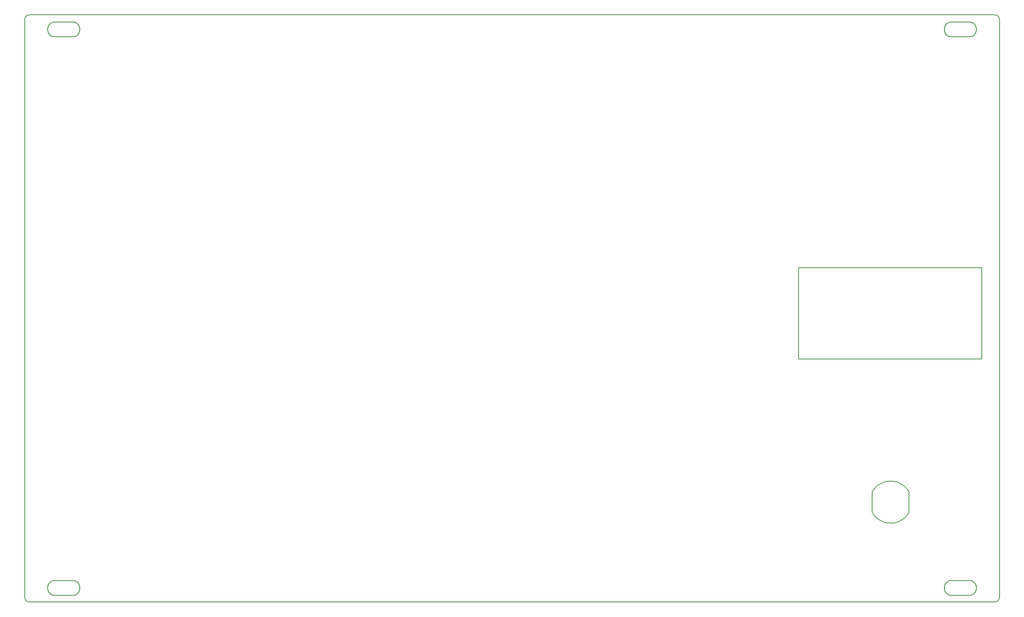
<source format=gbr>
G04 DipTrace 3.3.1.1*
G04 TopAssy.gbr*
%MOIN*%
G04 #@! TF.FileFunction,Drawing,Top*
G04 #@! TF.Part,Single*
%ADD11C,0.005512*%
%ADD15C,0.007874*%
%FSLAX26Y26*%
G04*
G70*
G90*
G75*
G01*
G04 TopAssy*
%LPD*%
X-1728383Y2881201D2*
D15*
X-153132D1*
Y2093799D1*
X-1728383D1*
Y2881201D1*
X-8346457Y1D2*
D11*
X-39370D1*
G03X0Y39371I-1J39371D01*
G01*
Y5019686D1*
G03X-39370Y5059056I-39371J-1D01*
G01*
X-8346457D1*
G03X-8385827Y5019686I1J-39371D01*
G01*
Y39371D1*
G03X-8346457Y1I39371J1D01*
G01*
X-7912293Y121398D2*
X-7912387Y117675D1*
X-7912667Y114007D1*
X-7913127Y110400D1*
X-7913762Y106864D1*
X-7914568Y103402D1*
X-7915538Y100021D1*
X-7916668Y96726D1*
X-7917953Y93524D1*
X-7919386Y90421D1*
X-7920965Y87424D1*
X-7922681Y84538D1*
X-7924531Y81769D1*
X-7926510Y79123D1*
X-7928613Y76608D1*
X-7930833Y74227D1*
X-7933167Y71990D1*
X-7935609Y69899D1*
X-7938154Y67962D1*
X-7940795Y66186D1*
X-7943529Y64576D1*
X-7946350Y63138D1*
X-7949253Y61878D1*
X-7952234Y60803D1*
X-7955285Y59920D1*
X-7958403Y59232D1*
X-7961583Y58748D1*
X-7963734Y58541D1*
X-7965908Y58428D1*
X-8134265D1*
X-8136440Y58541D1*
X-8138591Y58748D1*
X-8141770Y59232D1*
X-8144888Y59920D1*
X-8147941Y60803D1*
X-8150921Y61878D1*
X-8153824Y63138D1*
X-8156646Y64576D1*
X-8159379Y66186D1*
X-8162022Y67962D1*
X-8164566Y69899D1*
X-8167008Y71990D1*
X-8169341Y74227D1*
X-8171562Y76608D1*
X-8173664Y79123D1*
X-8175643Y81769D1*
X-8177495Y84538D1*
X-8179211Y87424D1*
X-8180789Y90421D1*
X-8182222Y93524D1*
X-8183507Y96726D1*
X-8184636Y100021D1*
X-8185606Y103402D1*
X-8186412Y106864D1*
X-8187049Y110400D1*
X-8187508Y114007D1*
X-8188976Y122047D1*
X-8187883Y121398D1*
X-8187789Y125122D1*
X-8187508Y128790D1*
X-8187049Y132395D1*
X-8186412Y135932D1*
X-8185606Y139394D1*
X-8184636Y142776D1*
X-8183507Y146070D1*
X-8182222Y149272D1*
X-8180789Y152374D1*
X-8179211Y155371D1*
X-8177495Y158259D1*
X-8175643Y161028D1*
X-8173664Y163672D1*
X-8171562Y166188D1*
X-8169341Y168568D1*
X-8167008Y170807D1*
X-8164566Y172898D1*
X-8162022Y174833D1*
X-8159379Y176610D1*
X-8156646Y178220D1*
X-8153824Y179657D1*
X-8150921Y180917D1*
X-8147941Y181992D1*
X-8144888Y182877D1*
X-8141770Y183564D1*
X-8138591Y184049D1*
X-8136440Y184256D1*
X-8134265Y184369D1*
X-7965908D1*
X-7963734Y184256D1*
X-7961583Y184049D1*
X-7958403Y183564D1*
X-7955285Y182877D1*
X-7952234Y181992D1*
X-7949253Y180917D1*
X-7946350Y179657D1*
X-7943529Y178220D1*
X-7940795Y176610D1*
X-7938154Y174833D1*
X-7935609Y172898D1*
X-7933167Y170807D1*
X-7930833Y168568D1*
X-7928613Y166188D1*
X-7926510Y163672D1*
X-7924531Y161028D1*
X-7922681Y158259D1*
X-7920965Y155371D1*
X-7919386Y152374D1*
X-7917953Y149272D1*
X-7916668Y146070D1*
X-7915538Y142776D1*
X-7914568Y139394D1*
X-7913762Y135932D1*
X-7913127Y132395D1*
X-7912667Y128790D1*
X-7912387Y125122D1*
X-7912293Y121398D1*
Y4933755D2*
X-7912387Y4930030D1*
X-7912667Y4926362D1*
X-7913127Y4922757D1*
X-7913762Y4919220D1*
X-7914568Y4915759D1*
X-7915538Y4912377D1*
X-7916668Y4909081D1*
X-7917953Y4905881D1*
X-7919386Y4902778D1*
X-7920965Y4899780D1*
X-7922681Y4896894D1*
X-7924531Y4894125D1*
X-7926510Y4891480D1*
X-7928613Y4888963D1*
X-7930833Y4886584D1*
X-7933167Y4884345D1*
X-7935609Y4882255D1*
X-7938154Y4880319D1*
X-7940795Y4878542D1*
X-7943529Y4876932D1*
X-7946350Y4875495D1*
X-7949253Y4874235D1*
X-7952234Y4873160D1*
X-7955285Y4872276D1*
X-7958403Y4871588D1*
X-7961583Y4871104D1*
X-7963734Y4870896D1*
X-7965908Y4870783D1*
X-8134265D1*
X-8136440Y4870896D1*
X-8138591Y4871104D1*
X-8141770Y4871588D1*
X-8144888Y4872276D1*
X-8147941Y4873160D1*
X-8150921Y4874235D1*
X-8153824Y4875495D1*
X-8156646Y4876932D1*
X-8159379Y4878542D1*
X-8162022Y4880319D1*
X-8164566Y4882255D1*
X-8167008Y4884345D1*
X-8169341Y4886584D1*
X-8171562Y4888963D1*
X-8173664Y4891480D1*
X-8175643Y4894125D1*
X-8177495Y4896894D1*
X-8179211Y4899780D1*
X-8180789Y4902778D1*
X-8182222Y4905881D1*
X-8183507Y4909081D1*
X-8184636Y4912377D1*
X-8185606Y4915759D1*
X-8186412Y4919220D1*
X-8187049Y4922757D1*
X-8187508Y4926362D1*
X-8187789Y4930030D1*
X-8187883Y4933755D1*
X-8187789Y4937478D1*
X-8187508Y4941146D1*
X-8187049Y4944751D1*
X-8186412Y4948287D1*
X-8185606Y4951751D1*
X-8184636Y4955131D1*
X-8183507Y4958427D1*
X-8182222Y4961627D1*
X-8180789Y4964731D1*
X-8179211Y4967728D1*
X-8177495Y4970614D1*
X-8175643Y4973383D1*
X-8173664Y4976029D1*
X-8171562Y4978545D1*
X-8169341Y4980924D1*
X-8167008Y4983163D1*
X-8164566Y4985253D1*
X-8162022Y4987190D1*
X-8159379Y4988966D1*
X-8156646Y4990576D1*
X-8153824Y4992014D1*
X-8150921Y4993273D1*
X-8147941Y4994348D1*
X-8144888Y4995232D1*
X-8141770Y4995920D1*
X-8138591Y4996404D1*
X-8136440Y4996612D1*
X-8134265Y4996724D1*
X-7965908D1*
X-7963734Y4996612D1*
X-7961583Y4996404D1*
X-7958403Y4995920D1*
X-7955285Y4995232D1*
X-7952234Y4994348D1*
X-7949253Y4993273D1*
X-7946350Y4992014D1*
X-7943529Y4990576D1*
X-7940795Y4988966D1*
X-7938154Y4987190D1*
X-7935609Y4985253D1*
X-7933167Y4983163D1*
X-7930833Y4980924D1*
X-7928613Y4978545D1*
X-7926510Y4976029D1*
X-7924531Y4973383D1*
X-7922681Y4970614D1*
X-7920965Y4967728D1*
X-7919386Y4964731D1*
X-7917953Y4961627D1*
X-7916668Y4958427D1*
X-7915538Y4955131D1*
X-7914568Y4951751D1*
X-7913762Y4948287D1*
X-7913127Y4944751D1*
X-7912667Y4941146D1*
X-7912387Y4937478D1*
X-7912293Y4933755D1*
X-197883Y121398D2*
X-197978Y117675D1*
X-198257Y114007D1*
X-198718Y110400D1*
X-199353Y106864D1*
X-200159Y103402D1*
X-201129Y100021D1*
X-202259Y96726D1*
X-203543Y93524D1*
X-204976Y90421D1*
X-206555Y87424D1*
X-208272Y84538D1*
X-210122Y81769D1*
X-212101Y79123D1*
X-214203Y76608D1*
X-216424Y74227D1*
X-218757Y71990D1*
X-221199Y69899D1*
X-223744Y67962D1*
X-226386Y66186D1*
X-229119Y64576D1*
X-231941Y63138D1*
X-234844Y61878D1*
X-237824Y60803D1*
X-240875Y59920D1*
X-243993Y59232D1*
X-247173Y58748D1*
X-249324Y58541D1*
X-251499Y58428D1*
X-419856D1*
X-422030Y58541D1*
X-424181Y58748D1*
X-427361Y59232D1*
X-430479Y59920D1*
X-433531Y60803D1*
X-436512Y61878D1*
X-439415Y63138D1*
X-442236Y64576D1*
X-444970Y66186D1*
X-447613Y67962D1*
X-450156Y69899D1*
X-452598Y71990D1*
X-454932Y74227D1*
X-457152Y76608D1*
X-459255Y79123D1*
X-461234Y81769D1*
X-463085Y84538D1*
X-464802Y87424D1*
X-466379Y90421D1*
X-467812Y93524D1*
X-469097Y96726D1*
X-470227Y100021D1*
X-471197Y103402D1*
X-472003Y106864D1*
X-472639Y110400D1*
X-473098Y114007D1*
X-473379Y117675D1*
X-473474Y121398D1*
X-473379Y125122D1*
X-473098Y128790D1*
X-472639Y132395D1*
X-472003Y135932D1*
X-471197Y139394D1*
X-470227Y142776D1*
X-469097Y146070D1*
X-467812Y149272D1*
X-466379Y152374D1*
X-464802Y155371D1*
X-463085Y158259D1*
X-461234Y161028D1*
X-459255Y163672D1*
X-457152Y166188D1*
X-454932Y168568D1*
X-452598Y170807D1*
X-450156Y172898D1*
X-447613Y174833D1*
X-444970Y176610D1*
X-442236Y178220D1*
X-439415Y179657D1*
X-436512Y180917D1*
X-433531Y181992D1*
X-430479Y182877D1*
X-427361Y183564D1*
X-424181Y184049D1*
X-422030Y184256D1*
X-419856Y184369D1*
X-251499D1*
X-249324Y184256D1*
X-247173Y184049D1*
X-243993Y183564D1*
X-240875Y182877D1*
X-237824Y181992D1*
X-234844Y180917D1*
X-231941Y179657D1*
X-229119Y178220D1*
X-226386Y176610D1*
X-223744Y174833D1*
X-221199Y172898D1*
X-218757Y170807D1*
X-216424Y168568D1*
X-214203Y166188D1*
X-212101Y163672D1*
X-210122Y161028D1*
X-208272Y158259D1*
X-206555Y155371D1*
X-204976Y152374D1*
X-203543Y149272D1*
X-202259Y146070D1*
X-201129Y142776D1*
X-200159Y139394D1*
X-199353Y135932D1*
X-198718Y132395D1*
X-198257Y128790D1*
X-197978Y125122D1*
X-197883Y121398D1*
Y4933755D2*
X-197978Y4930030D1*
X-198257Y4926362D1*
X-198718Y4922757D1*
X-199353Y4919220D1*
X-200159Y4915759D1*
X-201129Y4912377D1*
X-202259Y4909081D1*
X-203543Y4905881D1*
X-204976Y4902778D1*
X-206555Y4899780D1*
X-208272Y4896894D1*
X-210122Y4894125D1*
X-212101Y4891480D1*
X-214203Y4888963D1*
X-216424Y4886584D1*
X-218757Y4884345D1*
X-221199Y4882255D1*
X-223744Y4880319D1*
X-226386Y4878542D1*
X-229119Y4876932D1*
X-231941Y4875495D1*
X-234844Y4874235D1*
X-237824Y4873160D1*
X-240875Y4872276D1*
X-243993Y4871588D1*
X-247173Y4871104D1*
X-249324Y4870896D1*
X-251499Y4870783D1*
X-419856D1*
X-422030Y4870896D1*
X-424181Y4871104D1*
X-427361Y4871588D1*
X-430479Y4872276D1*
X-433531Y4873160D1*
X-436512Y4874235D1*
X-439415Y4875495D1*
X-442236Y4876932D1*
X-444970Y4878542D1*
X-447613Y4880319D1*
X-450156Y4882255D1*
X-452598Y4884345D1*
X-454932Y4886584D1*
X-457152Y4888963D1*
X-459255Y4891480D1*
X-461234Y4894125D1*
X-463085Y4896894D1*
X-464802Y4899780D1*
X-466379Y4902778D1*
X-467812Y4905881D1*
X-469097Y4909081D1*
X-470227Y4912377D1*
X-471197Y4915759D1*
X-472003Y4919220D1*
X-472639Y4922757D1*
X-473098Y4926362D1*
X-473379Y4930030D1*
X-473474Y4933755D1*
X-473379Y4937478D1*
X-473098Y4941146D1*
X-472639Y4944751D1*
X-472003Y4948287D1*
X-471197Y4951751D1*
X-470227Y4955131D1*
X-469097Y4958427D1*
X-467812Y4961627D1*
X-466379Y4964731D1*
X-464802Y4967728D1*
X-463085Y4970614D1*
X-461234Y4973383D1*
X-459255Y4976029D1*
X-457152Y4978545D1*
X-454932Y4980924D1*
X-452598Y4983163D1*
X-450156Y4985253D1*
X-447613Y4987190D1*
X-444970Y4988966D1*
X-442236Y4990576D1*
X-439415Y4992014D1*
X-436512Y4993273D1*
X-433531Y4994348D1*
X-430479Y4995232D1*
X-427361Y4995920D1*
X-424181Y4996404D1*
X-422030Y4996612D1*
X-419856Y4996724D1*
X-251499D1*
X-249324Y4996612D1*
X-247173Y4996404D1*
X-243993Y4995920D1*
X-240875Y4995232D1*
X-237824Y4994348D1*
X-234844Y4993273D1*
X-231941Y4992014D1*
X-229119Y4990576D1*
X-226386Y4988966D1*
X-223744Y4987190D1*
X-221199Y4985253D1*
X-218757Y4983163D1*
X-216424Y4980924D1*
X-214203Y4978545D1*
X-212101Y4976029D1*
X-210122Y4973383D1*
X-208272Y4970614D1*
X-206555Y4967728D1*
X-204976Y4964731D1*
X-203543Y4961627D1*
X-202259Y4958427D1*
X-201129Y4955131D1*
X-200159Y4951751D1*
X-199353Y4948287D1*
X-198718Y4944751D1*
X-198257Y4941146D1*
X-197978Y4937478D1*
X-197883Y4933755D1*
X-936315Y679783D2*
X-943720Y679902D1*
X-951051Y680374D1*
X-958307Y681083D1*
X-965488Y682087D1*
X-972520Y683386D1*
X-979551Y684921D1*
X-986358Y686752D1*
X-993165Y688878D1*
X-999823Y691181D1*
X-1006331Y693780D1*
X-1012689Y696614D1*
X-1018972Y699685D1*
X-1025106Y702992D1*
X-1031091Y706535D1*
X-1036925Y710256D1*
X-1042610Y714213D1*
X-1048071Y718406D1*
X-1053457Y722776D1*
X-1058618Y727323D1*
X-1063630Y732047D1*
X-1068417Y737008D1*
X-1073055Y742146D1*
X-1077469Y747461D1*
X-1081732Y752894D1*
X-1085697Y758504D1*
X-1089512Y764291D1*
X-1093102Y770256D1*
X-1095421Y774272D1*
X-1095795Y774980D1*
Y946713D1*
X-1093102Y951496D1*
X-1089512Y957402D1*
X-1085697Y963189D1*
X-1081732Y968858D1*
X-1077469Y974291D1*
X-1073055Y979606D1*
X-1068417Y984744D1*
X-1063630Y989646D1*
X-1058618Y994429D1*
X-1053457Y998976D1*
X-1048071Y1003346D1*
X-1042610Y1007539D1*
X-1036925Y1011496D1*
X-1031091Y1015217D1*
X-1025106Y1018760D1*
X-1018972Y1022067D1*
X-1012689Y1025138D1*
X-1006331Y1027913D1*
X-999823Y1030512D1*
X-993165Y1032874D1*
X-986358Y1034941D1*
X-979551Y1036772D1*
X-972520Y1038366D1*
X-965488Y1039606D1*
X-958307Y1040669D1*
X-951051Y1041378D1*
X-943720Y1041791D1*
X-936315Y1041969D1*
X-928909Y1041791D1*
X-921579Y1041378D1*
X-914323Y1040669D1*
X-907142Y1039606D1*
X-900110Y1038366D1*
X-893154Y1036772D1*
X-886272Y1034941D1*
X-879465Y1032874D1*
X-872882Y1030512D1*
X-866299Y1027913D1*
X-859941Y1025138D1*
X-853657Y1022067D1*
X-847524Y1018760D1*
X-841539Y1015217D1*
X-835705Y1011496D1*
X-830094Y1007539D1*
X-824559Y1003346D1*
X-819173Y998976D1*
X-814012Y994429D1*
X-809000Y989646D1*
X-804213Y984744D1*
X-799575Y979606D1*
X-795161Y974291D1*
X-790898Y968858D1*
X-786933Y963189D1*
X-783118Y957402D1*
X-779528Y951496D1*
X-777209Y947421D1*
X-776835Y946713D1*
Y774980D1*
X-779528Y770256D1*
X-783118Y764291D1*
X-786933Y758504D1*
X-790898Y752894D1*
X-795161Y747461D1*
X-799575Y742146D1*
X-804213Y737008D1*
X-809000Y732047D1*
X-814012Y727323D1*
X-819173Y722776D1*
X-824559Y718406D1*
X-830094Y714213D1*
X-835705Y710256D1*
X-841539Y706535D1*
X-847524Y702992D1*
X-853657Y699685D1*
X-859941Y696614D1*
X-866299Y693780D1*
X-872882Y691181D1*
X-879465Y688878D1*
X-886272Y686752D1*
X-893154Y684921D1*
X-900110Y683386D1*
X-907142Y682087D1*
X-914323Y681083D1*
X-921579Y680374D1*
X-928909Y679902D1*
X-936315Y679783D1*
M02*

</source>
